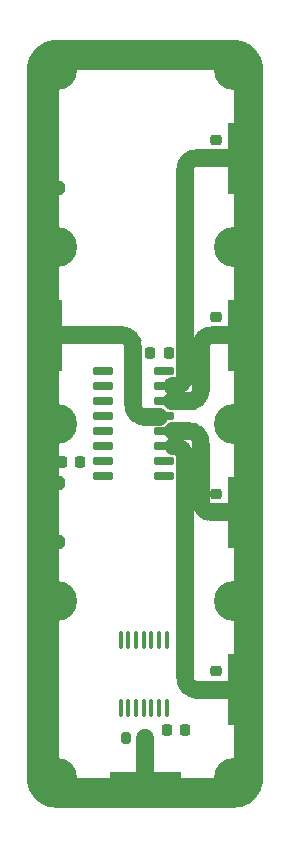
<source format=gbr>
%TF.GenerationSoftware,KiCad,Pcbnew,6.0.9+dfsg-1~bpo11+1*%
%TF.CreationDate,2022-12-01T10:00:23+01:00*%
%TF.ProjectId,019-tayloe-quadrature-product-detector,3031392d-7461-4796-9c6f-652d71756164,1*%
%TF.SameCoordinates,Original*%
%TF.FileFunction,Soldermask,Top*%
%TF.FilePolarity,Negative*%
%FSLAX46Y46*%
G04 Gerber Fmt 4.6, Leading zero omitted, Abs format (unit mm)*
G04 Created by KiCad (PCBNEW 6.0.9+dfsg-1~bpo11+1) date 2022-12-01 10:00:23*
%MOMM*%
%LPD*%
G01*
G04 APERTURE LIST*
G04 Aperture macros list*
%AMRoundRect*
0 Rectangle with rounded corners*
0 $1 Rounding radius*
0 $2 $3 $4 $5 $6 $7 $8 $9 X,Y pos of 4 corners*
0 Add a 4 corners polygon primitive as box body*
4,1,4,$2,$3,$4,$5,$6,$7,$8,$9,$2,$3,0*
0 Add four circle primitives for the rounded corners*
1,1,$1+$1,$2,$3*
1,1,$1+$1,$4,$5*
1,1,$1+$1,$6,$7*
1,1,$1+$1,$8,$9*
0 Add four rect primitives between the rounded corners*
20,1,$1+$1,$2,$3,$4,$5,0*
20,1,$1+$1,$4,$5,$6,$7,0*
20,1,$1+$1,$6,$7,$8,$9,0*
20,1,$1+$1,$8,$9,$2,$3,0*%
G04 Aperture macros list end*
%ADD10C,1.500000*%
%ADD11C,3.400000*%
%ADD12RoundRect,0.150000X-0.725000X-0.150000X0.725000X-0.150000X0.725000X0.150000X-0.725000X0.150000X0*%
%ADD13C,1.400000*%
%ADD14RoundRect,0.225000X0.250000X-0.225000X0.250000X0.225000X-0.250000X0.225000X-0.250000X-0.225000X0*%
%ADD15RoundRect,0.225000X0.225000X0.250000X-0.225000X0.250000X-0.225000X-0.250000X0.225000X-0.250000X0*%
%ADD16RoundRect,0.200000X-0.200000X-0.275000X0.200000X-0.275000X0.200000X0.275000X-0.200000X0.275000X0*%
%ADD17RoundRect,0.100000X-0.100000X0.637500X-0.100000X-0.637500X0.100000X-0.637500X0.100000X0.637500X0*%
%ADD18RoundRect,0.225000X-0.225000X-0.250000X0.225000X-0.250000X0.225000X0.250000X-0.225000X0.250000X0*%
G04 APERTURE END LIST*
D10*
X160000000Y-94200000D02*
X160000000Y-89100000D01*
X160000000Y-61910155D02*
X161200000Y-61910155D01*
X159000000Y-56100000D02*
X159000000Y-60700000D01*
X158999999Y-60810155D02*
G75*
G03*
X160000000Y-61910155I941372J-148753D01*
G01*
X159000000Y-56100000D02*
G75*
G03*
X158000000Y-55000000I-941371J148754D01*
G01*
X151700000Y-55000000D02*
X158000000Y-55000000D01*
X162300000Y-59300000D02*
G75*
G03*
X163400000Y-58300000I148754J941371D01*
G01*
X163400000Y-41000000D02*
X163400000Y-58300000D01*
X164500000Y-40000000D02*
G75*
G03*
X163400000Y-41000000I-148754J-941371D01*
G01*
X164500000Y-40000000D02*
X168900000Y-40000000D01*
X164400000Y-85000000D02*
X168600000Y-85000000D01*
X165700000Y-70000000D02*
X168600000Y-70000000D01*
X163400000Y-83900000D02*
G75*
G03*
X164400000Y-85000000I941371J-148754D01*
G01*
X163400000Y-65500000D02*
X163400000Y-83900000D01*
X163400000Y-65500000D02*
G75*
G03*
X162400000Y-64400000I-941371J148754D01*
G01*
X164700000Y-68900000D02*
G75*
G03*
X165700000Y-70000000I941371J-148754D01*
G01*
X164700000Y-64300000D02*
X164700000Y-69100000D01*
X164700000Y-64200000D02*
G75*
G03*
X163700000Y-63100000I-941371J148754D01*
G01*
X162400000Y-63100000D02*
X163600000Y-63100000D01*
X162300000Y-60600000D02*
X163600000Y-60600000D01*
X163600000Y-60600000D02*
G75*
G03*
X164700000Y-59600000I148754J941371D01*
G01*
X164700000Y-56000000D02*
X164700000Y-59600000D01*
X165800000Y-55000000D02*
X168400000Y-55000000D01*
X165800000Y-55000000D02*
G75*
G03*
X164700000Y-56000000I-148754J-941371D01*
G01*
%TO.C,J6*%
G36*
X153000000Y-58000000D02*
G01*
X150000000Y-58000000D01*
X150000000Y-52000000D01*
X153000000Y-52000000D01*
X153000000Y-58000000D01*
G37*
%TO.C,J5*%
G36*
X170000000Y-58000000D02*
G01*
X167000000Y-58000000D01*
X167000000Y-52000000D01*
X170000000Y-52000000D01*
X170000000Y-58000000D01*
G37*
%TO.C,J4*%
G36*
X170000000Y-43000000D02*
G01*
X167000000Y-43000000D01*
X167000000Y-37000000D01*
X170000000Y-37000000D01*
X170000000Y-43000000D01*
G37*
%TO.C,J3*%
G36*
X170000000Y-73000000D02*
G01*
X167000000Y-73000000D01*
X167000000Y-67000000D01*
X170000000Y-67000000D01*
X170000000Y-73000000D01*
G37*
%TO.C,J2*%
G36*
X170000000Y-88000000D02*
G01*
X167000000Y-88000000D01*
X167000000Y-82000000D01*
X170000000Y-82000000D01*
X170000000Y-88000000D01*
G37*
%TO.C,J1*%
G36*
X163000000Y-95000000D02*
G01*
X157000000Y-95000000D01*
X157000000Y-92000000D01*
X163000000Y-92000000D01*
X163000000Y-95000000D01*
G37*
%TD*%
D11*
%TO.C,H10*%
X167500000Y-32500000D03*
%TD*%
%TO.C,H9*%
X152500000Y-32500000D03*
%TD*%
%TO.C,H8*%
X167500000Y-47500000D03*
%TD*%
%TO.C,H7*%
X152500000Y-47500000D03*
%TD*%
%TO.C,H6*%
X152500000Y-62500000D03*
%TD*%
%TO.C,H5*%
X167500000Y-62500000D03*
%TD*%
D12*
%TO.C,U2*%
X156425000Y-58055000D03*
X156425000Y-59325000D03*
X156425000Y-60595000D03*
X156425000Y-61865000D03*
X156425000Y-63135000D03*
X156425000Y-64405000D03*
X156425000Y-65675000D03*
X156425000Y-66945000D03*
X161575000Y-66945000D03*
X161575000Y-65675000D03*
X161575000Y-64405000D03*
X161575000Y-63135000D03*
X161575000Y-61865000D03*
X161575000Y-60595000D03*
X161575000Y-59325000D03*
X161575000Y-58055000D03*
%TD*%
D13*
%TO.C,J9*%
X152500000Y-67500000D03*
%TD*%
%TO.C,J8*%
X152500000Y-42500000D03*
%TD*%
%TO.C,J7*%
X152500000Y-72500000D03*
%TD*%
D14*
%TO.C,C7*%
X166000000Y-85000000D03*
X166000000Y-83450000D03*
%TD*%
%TO.C,C6*%
X166000000Y-40000000D03*
X166000000Y-38450000D03*
%TD*%
%TO.C,C5*%
X166000000Y-55000000D03*
X166000000Y-53450000D03*
%TD*%
%TO.C,C4*%
X166000000Y-70000000D03*
X166000000Y-68450000D03*
%TD*%
D15*
%TO.C,C3*%
X154500000Y-65700000D03*
X152950000Y-65700000D03*
%TD*%
%TO.C,C2*%
X162000000Y-56500000D03*
X160450000Y-56500000D03*
%TD*%
D16*
%TO.C,R3*%
X158356800Y-89100000D03*
X160006800Y-89100000D03*
%TD*%
D11*
%TO.C,H1*%
X152500000Y-77500000D03*
%TD*%
%TO.C,H2*%
X152500000Y-92500000D03*
%TD*%
%TO.C,H4*%
X167500000Y-77500000D03*
%TD*%
D17*
%TO.C,U1*%
X161817600Y-80830500D03*
X161167600Y-80830500D03*
X160517600Y-80830500D03*
X159867600Y-80830500D03*
X159217600Y-80830500D03*
X158567600Y-80830500D03*
X157917600Y-80830500D03*
X157917600Y-86555500D03*
X158567600Y-86555500D03*
X159217600Y-86555500D03*
X159867600Y-86555500D03*
X160517600Y-86555500D03*
X161167600Y-86555500D03*
X161817600Y-86555500D03*
%TD*%
D18*
%TO.C,C1*%
X161825000Y-88400000D03*
X163375000Y-88400000D03*
%TD*%
D11*
%TO.C,H3*%
X167500000Y-92500000D03*
%TD*%
G36*
X152615121Y-92266002D02*
G01*
X152661614Y-92319658D01*
X152673000Y-92372000D01*
X152673000Y-92481885D01*
X152677475Y-92497124D01*
X152678865Y-92498329D01*
X152686548Y-92500000D01*
X167481885Y-92500000D01*
X167497124Y-92495525D01*
X167498329Y-92494135D01*
X167500000Y-92486452D01*
X167500000Y-92372000D01*
X167520002Y-92303879D01*
X167573658Y-92257386D01*
X167626000Y-92246000D01*
X169874000Y-92246000D01*
X169942121Y-92266002D01*
X169988614Y-92319658D01*
X170000000Y-92372000D01*
X170000000Y-92495878D01*
X169999730Y-92504119D01*
X169979152Y-92818073D01*
X169977001Y-92834413D01*
X169916426Y-93138950D01*
X169912160Y-93154871D01*
X169812354Y-93448888D01*
X169806047Y-93464114D01*
X169668717Y-93742592D01*
X169660476Y-93756866D01*
X169487973Y-94015034D01*
X169477940Y-94028109D01*
X169273212Y-94261557D01*
X169261557Y-94273212D01*
X169028109Y-94477940D01*
X169015034Y-94487973D01*
X168756866Y-94660476D01*
X168742592Y-94668717D01*
X168464114Y-94806047D01*
X168448888Y-94812354D01*
X168154871Y-94912160D01*
X168138950Y-94916426D01*
X167834413Y-94977001D01*
X167818073Y-94979152D01*
X167504119Y-94999730D01*
X167495878Y-95000000D01*
X152504122Y-95000000D01*
X152495881Y-94999730D01*
X152181927Y-94979152D01*
X152165587Y-94977001D01*
X151861050Y-94916426D01*
X151845129Y-94912160D01*
X151551112Y-94812354D01*
X151535886Y-94806047D01*
X151257408Y-94668717D01*
X151243134Y-94660476D01*
X150984966Y-94487973D01*
X150971891Y-94477940D01*
X150738443Y-94273212D01*
X150726788Y-94261557D01*
X150522060Y-94028109D01*
X150512027Y-94015034D01*
X150339524Y-93756866D01*
X150331283Y-93742592D01*
X150193953Y-93464114D01*
X150187646Y-93448888D01*
X150087840Y-93154871D01*
X150083574Y-93138950D01*
X150022999Y-92834413D01*
X150020848Y-92818073D01*
X150000270Y-92504119D01*
X150000000Y-92495878D01*
X150000000Y-92372000D01*
X150020002Y-92303879D01*
X150073658Y-92257386D01*
X150126000Y-92246000D01*
X152547000Y-92246000D01*
X152615121Y-92266002D01*
G37*
G36*
X167504119Y-30000270D02*
G01*
X167818073Y-30020848D01*
X167834413Y-30022999D01*
X168138950Y-30083574D01*
X168154871Y-30087840D01*
X168448888Y-30187646D01*
X168464114Y-30193953D01*
X168742592Y-30331283D01*
X168756866Y-30339524D01*
X169015034Y-30512027D01*
X169028109Y-30522060D01*
X169261557Y-30726788D01*
X169273212Y-30738443D01*
X169477940Y-30971891D01*
X169487973Y-30984966D01*
X169660476Y-31243134D01*
X169668717Y-31257408D01*
X169806047Y-31535886D01*
X169812354Y-31551112D01*
X169912160Y-31845129D01*
X169916426Y-31861050D01*
X169977001Y-32165587D01*
X169979152Y-32181927D01*
X169999730Y-32495881D01*
X170000000Y-32504122D01*
X170000000Y-32628000D01*
X169979998Y-32696121D01*
X169926342Y-32742614D01*
X169874000Y-32754000D01*
X167626000Y-32754000D01*
X167557879Y-32733998D01*
X167511386Y-32680342D01*
X167500000Y-32628000D01*
X167500000Y-32518115D01*
X167495525Y-32502876D01*
X167494135Y-32501671D01*
X167486452Y-32500000D01*
X152691115Y-32500000D01*
X152675876Y-32504475D01*
X152674671Y-32505865D01*
X152673000Y-32513548D01*
X152673000Y-32628000D01*
X152652998Y-32696121D01*
X152599342Y-32742614D01*
X152547000Y-32754000D01*
X150126000Y-32754000D01*
X150057879Y-32733998D01*
X150011386Y-32680342D01*
X150000000Y-32628000D01*
X150000000Y-32504122D01*
X150000270Y-32495881D01*
X150020848Y-32181927D01*
X150022999Y-32165587D01*
X150083574Y-31861050D01*
X150087840Y-31845129D01*
X150187646Y-31551112D01*
X150193953Y-31535886D01*
X150331283Y-31257408D01*
X150339524Y-31243134D01*
X150512027Y-30984966D01*
X150522060Y-30971891D01*
X150726788Y-30738443D01*
X150738443Y-30726788D01*
X150971891Y-30522060D01*
X150984966Y-30512027D01*
X151243134Y-30339524D01*
X151257408Y-30331283D01*
X151535886Y-30193953D01*
X151551112Y-30187646D01*
X151845129Y-30087840D01*
X151861050Y-30083574D01*
X152165587Y-30022999D01*
X152181927Y-30020848D01*
X152495881Y-30000270D01*
X152504122Y-30000000D01*
X167495878Y-30000000D01*
X167504119Y-30000270D01*
G37*
G36*
X167504119Y-30000270D02*
G01*
X167818073Y-30020848D01*
X167834413Y-30022999D01*
X168138950Y-30083574D01*
X168154871Y-30087840D01*
X168448888Y-30187646D01*
X168464114Y-30193953D01*
X168742592Y-30331283D01*
X168756866Y-30339524D01*
X169015034Y-30512027D01*
X169028109Y-30522060D01*
X169261557Y-30726788D01*
X169273212Y-30738443D01*
X169477940Y-30971891D01*
X169487973Y-30984966D01*
X169660476Y-31243134D01*
X169668717Y-31257408D01*
X169806047Y-31535886D01*
X169812354Y-31551112D01*
X169912160Y-31845129D01*
X169916426Y-31861050D01*
X169977001Y-32165587D01*
X169979152Y-32181927D01*
X169999730Y-32495881D01*
X170000000Y-32504122D01*
X170000000Y-92495878D01*
X169999730Y-92504119D01*
X169979152Y-92818073D01*
X169977001Y-92834413D01*
X169916426Y-93138950D01*
X169912160Y-93154871D01*
X169812354Y-93448888D01*
X169806047Y-93464114D01*
X169668717Y-93742592D01*
X169660476Y-93756866D01*
X169487973Y-94015034D01*
X169477940Y-94028109D01*
X169273212Y-94261557D01*
X169261557Y-94273212D01*
X169028109Y-94477940D01*
X169015034Y-94487973D01*
X168756866Y-94660476D01*
X168742592Y-94668717D01*
X168464114Y-94806047D01*
X168448888Y-94812354D01*
X168154871Y-94912160D01*
X168138950Y-94916426D01*
X167834413Y-94977001D01*
X167818073Y-94979152D01*
X167504119Y-94999730D01*
X167495878Y-95000000D01*
X167372000Y-95000000D01*
X167303879Y-94979998D01*
X167257386Y-94926342D01*
X167246000Y-94874000D01*
X167246000Y-92626000D01*
X167266002Y-92557879D01*
X167319658Y-92511386D01*
X167372000Y-92500000D01*
X167481885Y-92500000D01*
X167497124Y-92495525D01*
X167498329Y-92494135D01*
X167500000Y-92486452D01*
X167500000Y-32518115D01*
X167495525Y-32502876D01*
X167494135Y-32501671D01*
X167486452Y-32500000D01*
X167372000Y-32500000D01*
X167303879Y-32479998D01*
X167257386Y-32426342D01*
X167246000Y-32374000D01*
X167246000Y-30126000D01*
X167266002Y-30057879D01*
X167319658Y-30011386D01*
X167372000Y-30000000D01*
X167495878Y-30000000D01*
X167504119Y-30000270D01*
G37*
G36*
X152869121Y-30020002D02*
G01*
X152915614Y-30073658D01*
X152927000Y-30126000D01*
X152927000Y-32374000D01*
X152906998Y-32442121D01*
X152853342Y-32488614D01*
X152801000Y-32500000D01*
X152691115Y-32500000D01*
X152675876Y-32504475D01*
X152674671Y-32505865D01*
X152673000Y-32513548D01*
X152673000Y-92481885D01*
X152677475Y-92497124D01*
X152678865Y-92498329D01*
X152686548Y-92500000D01*
X152801000Y-92500000D01*
X152869121Y-92520002D01*
X152915614Y-92573658D01*
X152927000Y-92626000D01*
X152927000Y-94874000D01*
X152906998Y-94942121D01*
X152853342Y-94988614D01*
X152801000Y-95000000D01*
X152504122Y-95000000D01*
X152495881Y-94999730D01*
X152181927Y-94979152D01*
X152165587Y-94977001D01*
X151861050Y-94916426D01*
X151845129Y-94912160D01*
X151551112Y-94812354D01*
X151535886Y-94806047D01*
X151257408Y-94668717D01*
X151243134Y-94660476D01*
X150984966Y-94487973D01*
X150971891Y-94477940D01*
X150738443Y-94273212D01*
X150726788Y-94261557D01*
X150522060Y-94028109D01*
X150512027Y-94015034D01*
X150339524Y-93756866D01*
X150331283Y-93742592D01*
X150193953Y-93464114D01*
X150187646Y-93448888D01*
X150087840Y-93154871D01*
X150083574Y-93138950D01*
X150022999Y-92834413D01*
X150020848Y-92818073D01*
X150000270Y-92504119D01*
X150000000Y-92495878D01*
X150000000Y-32504122D01*
X150000270Y-32495881D01*
X150020848Y-32181927D01*
X150022999Y-32165587D01*
X150083574Y-31861050D01*
X150087840Y-31845129D01*
X150187646Y-31551112D01*
X150193953Y-31535886D01*
X150331283Y-31257408D01*
X150339524Y-31243134D01*
X150512027Y-30984966D01*
X150522060Y-30971891D01*
X150726788Y-30738443D01*
X150738443Y-30726788D01*
X150971891Y-30522060D01*
X150984966Y-30512027D01*
X151243134Y-30339524D01*
X151257408Y-30331283D01*
X151535886Y-30193953D01*
X151551112Y-30187646D01*
X151845129Y-30087840D01*
X151861050Y-30083574D01*
X152165587Y-30022999D01*
X152181927Y-30020848D01*
X152495881Y-30000270D01*
X152504122Y-30000000D01*
X152801000Y-30000000D01*
X152869121Y-30020002D01*
G37*
M02*

</source>
